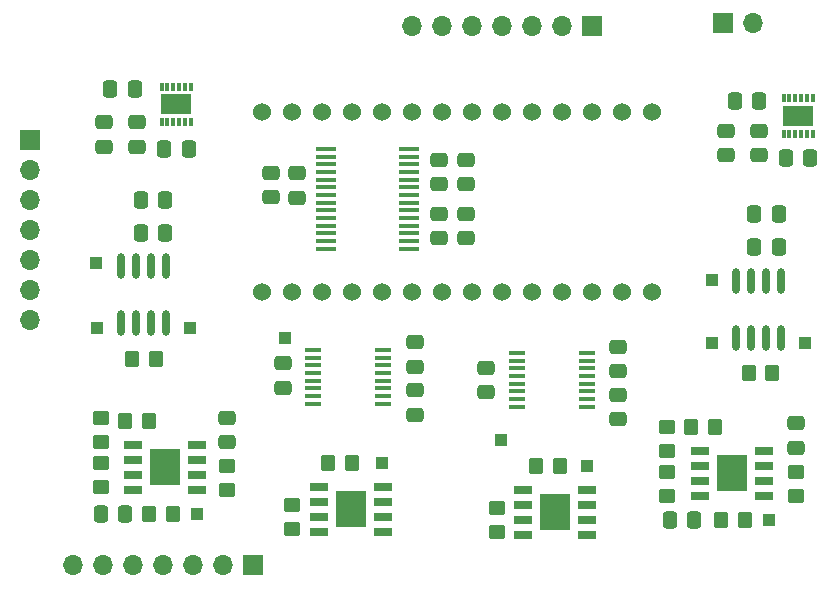
<source format=gbr>
%TF.GenerationSoftware,KiCad,Pcbnew,7.0.6-0*%
%TF.CreationDate,2024-01-17T10:18:31-05:00*%
%TF.ProjectId,channels1,6368616e-6e65-46c7-9331-2e6b69636164,rev?*%
%TF.SameCoordinates,Original*%
%TF.FileFunction,Soldermask,Top*%
%TF.FilePolarity,Negative*%
%FSLAX46Y46*%
G04 Gerber Fmt 4.6, Leading zero omitted, Abs format (unit mm)*
G04 Created by KiCad (PCBNEW 7.0.6-0) date 2024-01-17 10:18:31*
%MOMM*%
%LPD*%
G01*
G04 APERTURE LIST*
G04 Aperture macros list*
%AMRoundRect*
0 Rectangle with rounded corners*
0 $1 Rounding radius*
0 $2 $3 $4 $5 $6 $7 $8 $9 X,Y pos of 4 corners*
0 Add a 4 corners polygon primitive as box body*
4,1,4,$2,$3,$4,$5,$6,$7,$8,$9,$2,$3,0*
0 Add four circle primitives for the rounded corners*
1,1,$1+$1,$2,$3*
1,1,$1+$1,$4,$5*
1,1,$1+$1,$6,$7*
1,1,$1+$1,$8,$9*
0 Add four rect primitives between the rounded corners*
20,1,$1+$1,$2,$3,$4,$5,0*
20,1,$1+$1,$4,$5,$6,$7,0*
20,1,$1+$1,$6,$7,$8,$9,0*
20,1,$1+$1,$8,$9,$2,$3,0*%
G04 Aperture macros list end*
%ADD10RoundRect,0.250000X-0.450000X0.350000X-0.450000X-0.350000X0.450000X-0.350000X0.450000X0.350000X0*%
%ADD11R,0.300000X0.800000*%
%ADD12R,2.600000X1.800000*%
%ADD13RoundRect,0.250000X-0.350000X-0.450000X0.350000X-0.450000X0.350000X0.450000X-0.350000X0.450000X0*%
%ADD14RoundRect,0.250000X0.337500X0.475000X-0.337500X0.475000X-0.337500X-0.475000X0.337500X-0.475000X0*%
%ADD15R,1.000000X1.000000*%
%ADD16RoundRect,0.250000X0.475000X-0.337500X0.475000X0.337500X-0.475000X0.337500X-0.475000X-0.337500X0*%
%ADD17RoundRect,0.250000X-0.475000X0.337500X-0.475000X-0.337500X0.475000X-0.337500X0.475000X0.337500X0*%
%ADD18R,1.705000X0.450000*%
%ADD19RoundRect,0.250000X-0.337500X-0.475000X0.337500X-0.475000X0.337500X0.475000X-0.337500X0.475000X0*%
%ADD20R,1.700000X1.700000*%
%ADD21O,1.700000X1.700000*%
%ADD22C,1.530000*%
%ADD23RoundRect,0.250000X0.450000X-0.350000X0.450000X0.350000X-0.450000X0.350000X-0.450000X-0.350000X0*%
%ADD24R,1.525000X0.650000*%
%ADD25R,2.600000X3.100000*%
%ADD26R,1.475000X0.450000*%
%ADD27O,0.599999X2.200001*%
G04 APERTURE END LIST*
D10*
%TO.C,R8*%
X162134000Y-113300000D03*
X162134000Y-115300000D03*
%TD*%
D11*
%TO.C,IC5*%
X119342000Y-87479000D03*
X119842000Y-87479000D03*
X120342000Y-87479000D03*
X120842000Y-87479000D03*
X121342000Y-87479000D03*
X121842000Y-87479000D03*
X121842000Y-84479000D03*
X121342000Y-84479000D03*
X120842000Y-84479000D03*
X120342000Y-84479000D03*
X119842000Y-84479000D03*
X119342000Y-84479000D03*
D12*
X120592000Y-85979000D03*
%TD*%
D13*
%TO.C,R14*%
X116266000Y-112776000D03*
X118266000Y-112776000D03*
%TD*%
%TO.C,R15*%
X118298000Y-120650000D03*
X120298000Y-120650000D03*
%TD*%
%TO.C,R10*%
X166722000Y-121158000D03*
X168722000Y-121158000D03*
%TD*%
D14*
%TO.C,C18*%
X121629500Y-89789000D03*
X119554500Y-89789000D03*
%TD*%
D15*
%TO.C,TP12*%
X122346000Y-120650000D03*
%TD*%
D16*
%TO.C,C19*%
X167135000Y-90294000D03*
X167135000Y-88219000D03*
%TD*%
D17*
%TO.C,C5*%
X145103000Y-95250000D03*
X145103000Y-97325000D03*
%TD*%
D18*
%TO.C,IC1*%
X133281000Y-89755000D03*
X133281000Y-90405000D03*
X133281000Y-91055000D03*
X133281000Y-91705000D03*
X133281000Y-92355000D03*
X133281000Y-93005000D03*
X133281000Y-93655000D03*
X133281000Y-94305000D03*
X133281000Y-94955000D03*
X133281000Y-95605000D03*
X133281000Y-96255000D03*
X133281000Y-96905000D03*
X133281000Y-97555000D03*
X133281000Y-98205000D03*
X140277000Y-98205000D03*
X140277000Y-97555000D03*
X140277000Y-96905000D03*
X140277000Y-96255000D03*
X140277000Y-95605000D03*
X140277000Y-94955000D03*
X140277000Y-94305000D03*
X140277000Y-93655000D03*
X140277000Y-93005000D03*
X140277000Y-92355000D03*
X140277000Y-91705000D03*
X140277000Y-91055000D03*
X140277000Y-90405000D03*
X140277000Y-89755000D03*
%TD*%
D15*
%TO.C,TP8*%
X113792000Y-99441000D03*
%TD*%
D17*
%TO.C,C8*%
X157988000Y-106490500D03*
X157988000Y-108565500D03*
%TD*%
D19*
%TO.C,C15*%
X169545000Y-98057000D03*
X171620000Y-98057000D03*
%TD*%
D13*
%TO.C,R9*%
X164182000Y-113284000D03*
X166182000Y-113284000D03*
%TD*%
D10*
%TO.C,R16*%
X124886000Y-116602000D03*
X124886000Y-118602000D03*
%TD*%
D16*
%TO.C,C12*%
X140826000Y-112274500D03*
X140826000Y-110199500D03*
%TD*%
D15*
%TO.C,TP9*%
X155366000Y-116586000D03*
%TD*%
D19*
%TO.C,C23*%
X167875500Y-85700500D03*
X169950500Y-85700500D03*
%TD*%
D15*
%TO.C,TP6*%
X121793000Y-104908500D03*
%TD*%
D17*
%TO.C,C6*%
X142817000Y-95250000D03*
X142817000Y-97325000D03*
%TD*%
D16*
%TO.C,C28*%
X124886000Y-114575500D03*
X124886000Y-112500500D03*
%TD*%
D20*
%TO.C,J2*%
X127107000Y-124968000D03*
D21*
X124567000Y-124968000D03*
X122027000Y-124968000D03*
X119487000Y-124968000D03*
X116947000Y-124968000D03*
X114407000Y-124968000D03*
X111867000Y-124968000D03*
%TD*%
D11*
%TO.C,IC4*%
X172005000Y-88458500D03*
X172505000Y-88458500D03*
X173005000Y-88458500D03*
X173505000Y-88458500D03*
X174005000Y-88458500D03*
X174505000Y-88458500D03*
X174505000Y-85458500D03*
X174005000Y-85458500D03*
X173505000Y-85458500D03*
X173005000Y-85458500D03*
X172505000Y-85458500D03*
X172005000Y-85458500D03*
D12*
X173255000Y-86958500D03*
%TD*%
D16*
%TO.C,C7*%
X146812000Y-110343500D03*
X146812000Y-108268500D03*
%TD*%
D13*
%TO.C,R1*%
X169053000Y-108725000D03*
X171053000Y-108725000D03*
%TD*%
D16*
%TO.C,C20*%
X169929000Y-90294000D03*
X169929000Y-88219000D03*
%TD*%
%TO.C,C10*%
X129650000Y-109988500D03*
X129650000Y-107913500D03*
%TD*%
D20*
%TO.C,J1*%
X108204000Y-89027000D03*
D21*
X108204000Y-91567000D03*
X108204000Y-94107000D03*
X108204000Y-96647000D03*
X108204000Y-99187000D03*
X108204000Y-101727000D03*
X108204000Y-104267000D03*
%TD*%
D15*
%TO.C,TP2*%
X148082000Y-114427000D03*
%TD*%
D22*
%TO.C,U1*%
X158369000Y-86614000D03*
X155829000Y-86614000D03*
X153289000Y-86614000D03*
X150749000Y-86614000D03*
X155829000Y-101854000D03*
X148209000Y-86614000D03*
X145669000Y-86614000D03*
X143129000Y-86614000D03*
X140589000Y-86614000D03*
X138049000Y-86614000D03*
X135509000Y-86614000D03*
X132969000Y-86614000D03*
X130429000Y-86614000D03*
X127889000Y-86614000D03*
X127889000Y-101854000D03*
X130429000Y-101854000D03*
X132969000Y-101854000D03*
X135509000Y-101854000D03*
X138049000Y-101854000D03*
X140589000Y-101854000D03*
X143129000Y-101854000D03*
X145669000Y-101854000D03*
X148209000Y-101854000D03*
X150749000Y-101854000D03*
X153289000Y-101854000D03*
X160909000Y-86614000D03*
X158369000Y-101854000D03*
X160909000Y-101854000D03*
%TD*%
D16*
%TO.C,C9*%
X157988000Y-112629500D03*
X157988000Y-110554500D03*
%TD*%
D23*
%TO.C,R12*%
X114218000Y-118348000D03*
X114218000Y-116348000D03*
%TD*%
D16*
%TO.C,C2*%
X130841000Y-93862000D03*
X130841000Y-91787000D03*
%TD*%
D15*
%TO.C,TP4*%
X173863000Y-106185000D03*
%TD*%
D24*
%TO.C,IC7*%
X132670000Y-118364000D03*
X132670000Y-119634000D03*
X132670000Y-120904000D03*
X132670000Y-122174000D03*
X138094000Y-122174000D03*
X138094000Y-120904000D03*
X138094000Y-119634000D03*
X138094000Y-118364000D03*
D25*
X135382000Y-120269000D03*
%TD*%
D15*
%TO.C,TP5*%
X113919000Y-104908500D03*
%TD*%
D19*
%TO.C,C13*%
X169545000Y-95263000D03*
X171620000Y-95263000D03*
%TD*%
D15*
%TO.C,TP3*%
X165989000Y-106185000D03*
%TD*%
D16*
%TO.C,C22*%
X117290000Y-89556500D03*
X117290000Y-87481500D03*
%TD*%
D10*
%TO.C,R3*%
X147746000Y-120174000D03*
X147746000Y-122174000D03*
%TD*%
D14*
%TO.C,C27*%
X116271500Y-120650000D03*
X114196500Y-120650000D03*
%TD*%
D26*
%TO.C,IC2*%
X149462000Y-107031000D03*
X149462000Y-107681000D03*
X149462000Y-108331000D03*
X149462000Y-108981000D03*
X149462000Y-109631000D03*
X149462000Y-110281000D03*
X149462000Y-110931000D03*
X149462000Y-111581000D03*
X155338000Y-111581000D03*
X155338000Y-110931000D03*
X155338000Y-110281000D03*
X155338000Y-109631000D03*
X155338000Y-108981000D03*
X155338000Y-108331000D03*
X155338000Y-107681000D03*
X155338000Y-107031000D03*
%TD*%
D27*
%TO.C,U3*%
X115951000Y-104495000D03*
X117221000Y-104495000D03*
X118491000Y-104495000D03*
X119761000Y-104495000D03*
X119761000Y-99695000D03*
X118491000Y-99695000D03*
X117221000Y-99695000D03*
X115951000Y-99695000D03*
%TD*%
D20*
%TO.C,J4*%
X166878000Y-79121000D03*
D21*
X169418000Y-79121000D03*
%TD*%
D19*
%TO.C,C24*%
X114982500Y-84709000D03*
X117057500Y-84709000D03*
%TD*%
D16*
%TO.C,C21*%
X114496000Y-89556500D03*
X114496000Y-87481500D03*
%TD*%
D14*
%TO.C,C17*%
X174268500Y-90526500D03*
X172193500Y-90526500D03*
%TD*%
D27*
%TO.C,U2*%
X168021000Y-105765000D03*
X169291000Y-105765000D03*
X170561000Y-105765000D03*
X171831000Y-105765000D03*
X171831000Y-100965000D03*
X170561000Y-100965000D03*
X169291000Y-100965000D03*
X168021000Y-100965000D03*
%TD*%
D10*
%TO.C,R5*%
X130384000Y-119888000D03*
X130384000Y-121888000D03*
%TD*%
D26*
%TO.C,IC3*%
X132190000Y-106777000D03*
X132190000Y-107427000D03*
X132190000Y-108077000D03*
X132190000Y-108727000D03*
X132190000Y-109377000D03*
X132190000Y-110027000D03*
X132190000Y-110677000D03*
X132190000Y-111327000D03*
X138066000Y-111327000D03*
X138066000Y-110677000D03*
X138066000Y-110027000D03*
X138066000Y-109377000D03*
X138066000Y-108727000D03*
X138066000Y-108077000D03*
X138066000Y-107427000D03*
X138066000Y-106777000D03*
%TD*%
D24*
%TO.C,IC9*%
X116922000Y-114808000D03*
X116922000Y-116078000D03*
X116922000Y-117348000D03*
X116922000Y-118618000D03*
X122346000Y-118618000D03*
X122346000Y-117348000D03*
X122346000Y-116078000D03*
X122346000Y-114808000D03*
D25*
X119634000Y-116713000D03*
%TD*%
D13*
%TO.C,R4*%
X151080000Y-116586000D03*
X153080000Y-116586000D03*
%TD*%
D14*
%TO.C,C25*%
X164441500Y-121158000D03*
X162366500Y-121158000D03*
%TD*%
D16*
%TO.C,C4*%
X145103000Y-92753000D03*
X145103000Y-90678000D03*
%TD*%
%TO.C,C26*%
X173056000Y-115062000D03*
X173056000Y-112987000D03*
%TD*%
D24*
%TO.C,IC6*%
X149942000Y-118618000D03*
X149942000Y-119888000D03*
X149942000Y-121158000D03*
X149942000Y-122428000D03*
X155366000Y-122428000D03*
X155366000Y-121158000D03*
X155366000Y-119888000D03*
X155366000Y-118618000D03*
D25*
X152654000Y-120523000D03*
%TD*%
D17*
%TO.C,C11*%
X140826000Y-106135500D03*
X140826000Y-108210500D03*
%TD*%
D13*
%TO.C,R6*%
X133448000Y-116332000D03*
X135448000Y-116332000D03*
%TD*%
D15*
%TO.C,TP10*%
X138004000Y-116332000D03*
%TD*%
D24*
%TO.C,IC8*%
X164928000Y-115316000D03*
X164928000Y-116586000D03*
X164928000Y-117856000D03*
X164928000Y-119126000D03*
X170352000Y-119126000D03*
X170352000Y-117856000D03*
X170352000Y-116586000D03*
X170352000Y-115316000D03*
D25*
X167640000Y-117221000D03*
%TD*%
D16*
%TO.C,C1*%
X128593000Y-93840500D03*
X128593000Y-91765500D03*
%TD*%
D19*
%TO.C,C16*%
X117580500Y-96901000D03*
X119655500Y-96901000D03*
%TD*%
D10*
%TO.C,R13*%
X114218000Y-112538000D03*
X114218000Y-114538000D03*
%TD*%
D15*
%TO.C,TP11*%
X170770000Y-121158000D03*
%TD*%
%TO.C,TP1*%
X129794000Y-105791000D03*
%TD*%
D13*
%TO.C,R2*%
X116872000Y-107569000D03*
X118872000Y-107569000D03*
%TD*%
D20*
%TO.C,J3*%
X155829000Y-79375000D03*
D21*
X153289000Y-79375000D03*
X150749000Y-79375000D03*
X148209000Y-79375000D03*
X145669000Y-79375000D03*
X143129000Y-79375000D03*
X140589000Y-79375000D03*
%TD*%
D10*
%TO.C,R11*%
X173056000Y-117094000D03*
X173056000Y-119094000D03*
%TD*%
D15*
%TO.C,TP7*%
X165989000Y-100851000D03*
%TD*%
D23*
%TO.C,R7*%
X162134000Y-119110000D03*
X162134000Y-117110000D03*
%TD*%
D19*
%TO.C,C14*%
X117580500Y-94107000D03*
X119655500Y-94107000D03*
%TD*%
D16*
%TO.C,C3*%
X142817000Y-92753000D03*
X142817000Y-90678000D03*
%TD*%
M02*

</source>
